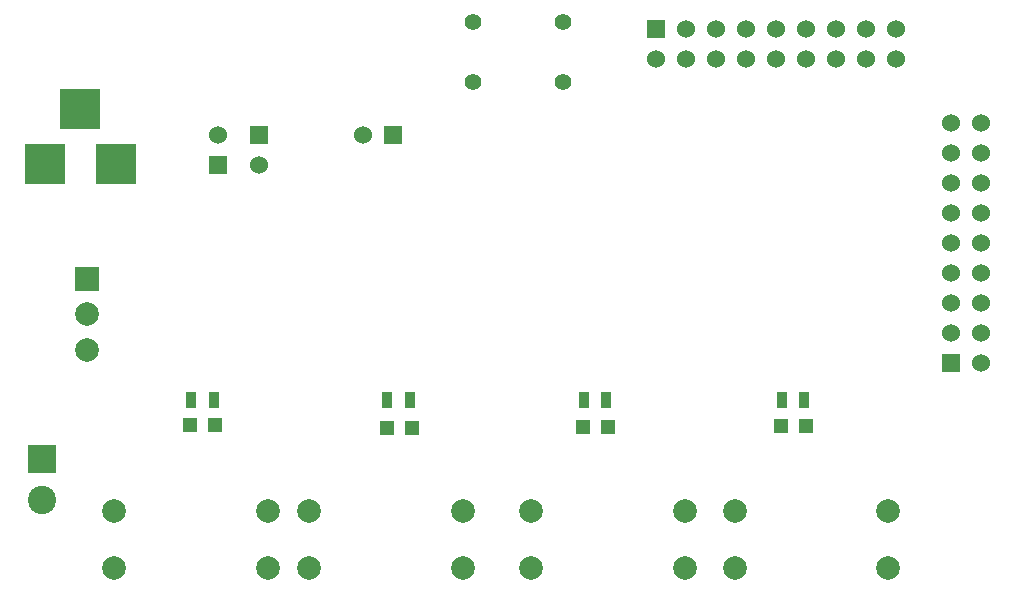
<source format=gts>
G04 (created by PCBNEW (2013-07-07 BZR 4022)-stable) date 21/05/2014 18:52:46*
%MOIN*%
G04 Gerber Fmt 3.4, Leading zero omitted, Abs format*
%FSLAX34Y34*%
G01*
G70*
G90*
G04 APERTURE LIST*
%ADD10C,0.00590551*%
%ADD11C,0.0787402*%
%ADD12R,0.0787402X0.0787402*%
%ADD13C,0.055*%
%ADD14R,0.035X0.055*%
%ADD15R,0.06X0.06*%
%ADD16C,0.06*%
%ADD17R,0.0472X0.0472*%
%ADD18C,0.0944882*%
%ADD19R,0.0944882X0.0944882*%
%ADD20R,0.1378X0.1378*%
G04 APERTURE END LIST*
G54D10*
G54D11*
X1496Y6196D03*
G54D12*
X1496Y7377D03*
G54D11*
X1496Y5015D03*
G54D13*
X17346Y13946D03*
X17346Y15946D03*
X14346Y13946D03*
X14346Y15946D03*
G54D11*
X8877Y-2244D03*
X8877Y-358D03*
X14000Y-2244D03*
X14000Y-358D03*
X2377Y-2244D03*
X2377Y-358D03*
X7500Y-2244D03*
X7500Y-358D03*
X23070Y-2259D03*
X23070Y-374D03*
X28192Y-2259D03*
X28192Y-374D03*
X16279Y-2259D03*
X16279Y-374D03*
X21401Y-2259D03*
X21401Y-374D03*
G54D14*
X11487Y3346D03*
X12237Y3346D03*
X18042Y3354D03*
X18792Y3354D03*
X24644Y3346D03*
X25394Y3346D03*
X4963Y3354D03*
X5713Y3354D03*
G54D15*
X5846Y11173D03*
G54D16*
X5846Y12173D03*
G54D15*
X11681Y12165D03*
G54D16*
X10681Y12165D03*
G54D15*
X7224Y12173D03*
G54D16*
X7224Y11173D03*
G54D17*
X4929Y2515D03*
X5755Y2515D03*
X11472Y2421D03*
X12298Y2421D03*
X24626Y2480D03*
X25452Y2480D03*
X18027Y2429D03*
X18853Y2429D03*
G54D18*
X-3Y7D03*
G54D19*
X-3Y1385D03*
G54D20*
X2437Y11196D03*
X75Y11196D03*
X1256Y13046D03*
G54D16*
X27448Y14716D03*
X28448Y15716D03*
G54D15*
X20448Y15716D03*
G54D16*
X20448Y14716D03*
X21448Y15716D03*
X21448Y14716D03*
X22448Y15716D03*
X22448Y14716D03*
X23448Y15716D03*
X23448Y14716D03*
X24448Y15716D03*
X24448Y14716D03*
X25448Y15716D03*
X25448Y14716D03*
X26448Y15716D03*
X26448Y14716D03*
X27448Y15716D03*
X28448Y14716D03*
X31279Y11562D03*
X30279Y12562D03*
G54D15*
X30279Y4562D03*
G54D16*
X31279Y4562D03*
X30279Y5562D03*
X31279Y5562D03*
X30279Y6562D03*
X31279Y6562D03*
X30279Y7562D03*
X31279Y7562D03*
X30279Y8562D03*
X31279Y8562D03*
X30279Y9562D03*
X31279Y9562D03*
X30279Y10562D03*
X31279Y10562D03*
X30279Y11562D03*
X31279Y12562D03*
M02*

</source>
